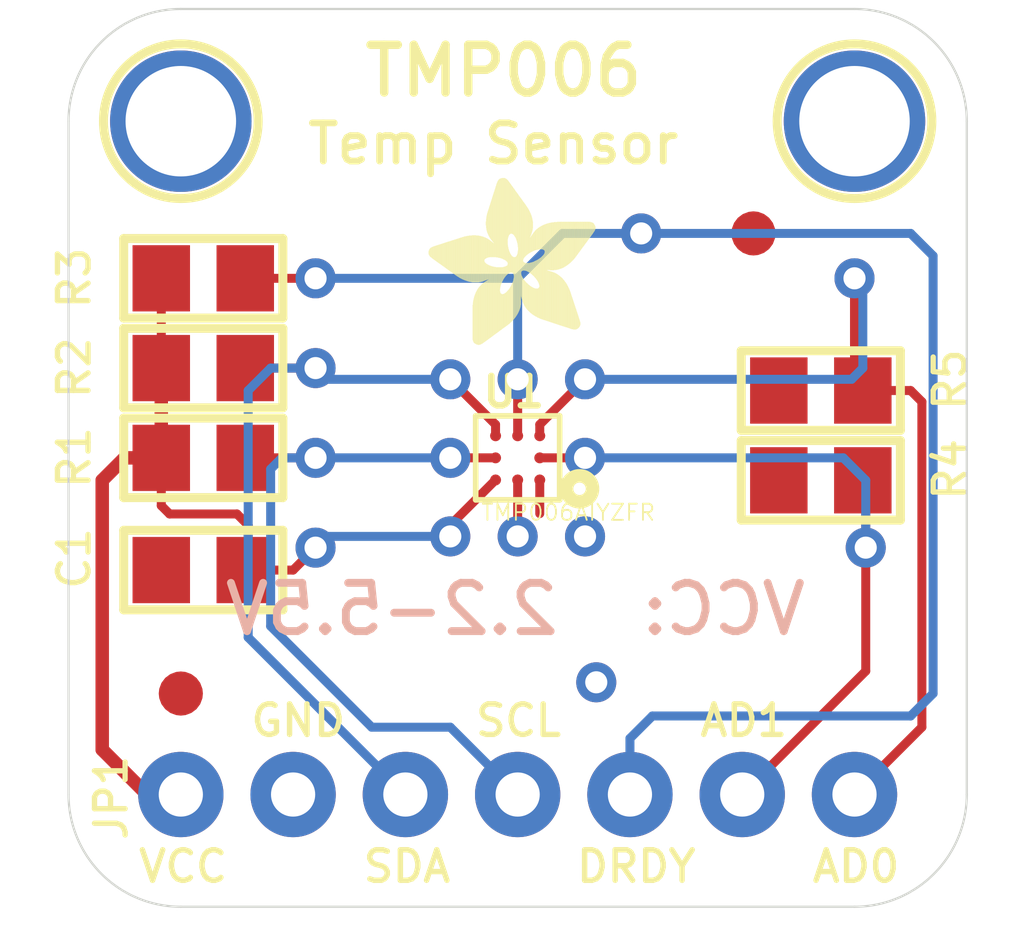
<source format=kicad_pcb>
(kicad_pcb (version 20211014) (generator pcbnew)
  (layers (0 "F.Cu" signal) (31 "B.Cu" signal) (34 "B.Paste" user) (35 "F.Paste" user) (36 "B.SilkS" user "B.Silkscreen") (37 "F.SilkS" user "F.Silkscreen") (38 "B.Mask" user) (39 "F.Mask" user) (44 "Edge.Cuts" user))
  (net 0 "")
  (net 1 "VCC")
  (net 2 "SCL")
  (net 3 "SDA")
  (net 4 "DRDY")
  (net 5 "ADDR0")
  (net 6 "ADDR1")
  (net 7 "GND")
  (footprint "boardEagle:0805" (layer "F.Cu") (at 141.3891 100.9396 180)
    (fp_text reference "R3" (at 2.921 0.762 90) (layer "F.SilkS") (effects (font (size 0.692831 0.692831) (thickness 0.119969)) (justify right)))
    (fp_text value "10K")
    (pad "1" smd rect (at -0.95 0 180) (size 1.3 1.5) (layers "F.Cu" "F.Paste" "F.Mask") (net 4 "DRDY"))
    (pad "2" smd rect (at 0.95 0 180) (size 1.3 1.5) (layers "F.Cu" "F.Paste" "F.Mask") (net 1 "VCC"))
  )
  (footprint "boardEagle:FIDUCIAL_1MM" (layer "F.Cu") (at 153.8351 99.9236)
    (fp_text reference "FID2" hide)
    (fp_text value "FIDUCIAL\"\"" hide)
    (pad "1" smd roundrect (at 0 0) (size 1 1) (layers "F.Cu") (roundrect_rratio 0.5))
  )
  (footprint "boardEagle:0805" (layer "F.Cu") (at 141.3891 102.9716 180)
    (fp_text reference "R2" (at 2.921 0.762 90) (layer "F.SilkS") (effects (font (size 0.692831 0.692831) (thickness 0.119969)) (justify right)))
    (fp_text value "10K")
    (pad "1" smd rect (at -0.95 0 180) (size 1.3 1.5) (layers "F.Cu" "F.Paste" "F.Mask") (net 3 "SDA"))
    (pad "2" smd rect (at 0.95 0 180) (size 1.3 1.5) (layers "F.Cu" "F.Paste" "F.Mask") (net 1 "VCC"))
  )
  (footprint "boardEagle:ADAFRUIT_3.5MM" (layer "F.Cu") (at 150.2791 102.4636 90)
    (fp_text reference "U$9" hide)
    (fp_text value "" hide)
  )
  (footprint "boardEagle:MOUNTINGHOLE_2.5_PLATED" (layer "F.Cu") (at 140.8811 97.3836)
    (fp_text reference "U$7" hide)
    (fp_text value "MOUNTINGHOLE2.5" hide)
    (pad "P$1" thru_hole circle (at 0 0) (size 3.2 3.2) (drill 2.5) (layers *.Cu *.Mask))
  )
  (footprint "boardEagle:0805" (layer "F.Cu") (at 141.3891 107.5436 180)
    (fp_text reference "C1" (at 2.921 1.016 90) (layer "F.SilkS") (effects (font (size 0.692831 0.692831) (thickness 0.119969)) (justify right)))
    (fp_text value "10uF")
    (pad "1" smd rect (at -0.95 0 180) (size 1.3 1.5) (layers "F.Cu" "F.Paste" "F.Mask") (net 1 "VCC"))
    (pad "2" smd rect (at 0.95 0 180) (size 1.3 1.5) (layers "F.Cu" "F.Paste" "F.Mask") (net 7 "GND"))
  )
  (footprint "boardEagle:1X07_ROUND_76" (layer "F.Cu") (at 148.5011 112.6236)
    (fp_text reference "JP1" (at -9.1948 1.0922 90) (layer "F.SilkS") (effects (font (size 0.692831 0.692831) (thickness 0.119969)) (justify left)))
    (fp_text value "")
    (pad "1" thru_hole circle (at -7.62 0 90) (size 1.9304 1.9304) (drill 1) (layers *.Cu *.Mask) (net 1 "VCC"))
    (pad "2" thru_hole circle (at -5.08 0 90) (size 1.9304 1.9304) (drill 1) (layers *.Cu *.Mask) (net 7 "GND"))
    (pad "3" thru_hole circle (at -2.54 0 90) (size 1.9304 1.9304) (drill 1) (layers *.Cu *.Mask) (net 3 "SDA"))
    (pad "4" thru_hole circle (at 0 0 90) (size 1.9304 1.9304) (drill 1) (layers *.Cu *.Mask) (net 2 "SCL"))
    (pad "5" thru_hole circle (at 2.54 0 90) (size 1.9304 1.9304) (drill 1) (layers *.Cu *.Mask) (net 4 "DRDY"))
    (pad "6" thru_hole circle (at 5.08 0 90) (size 1.9304 1.9304) (drill 1) (layers *.Cu *.Mask) (net 6 "ADDR1"))
    (pad "7" thru_hole circle (at 7.62 0 90) (size 1.9304 1.9304) (drill 1) (layers *.Cu *.Mask) (net 5 "ADDR0"))
  )
  (footprint "boardEagle:WCSP-8" (layer "F.Cu") (at 148.5011 105.0036)
    (fp_text reference "U1" (at -0.85 -1.1) (layer "F.SilkS") (effects (font (size 0.666496 0.666496) (thickness 0.146304)) (justify left bottom)))
    (fp_text value "TMP006AIYZFR" (at -0.85 1.45) (layer "F.SilkS") (effects (font (size 0.36576 0.36576) (thickness 0.04064)) (justify left bottom)))
    (pad "A1" smd roundrect (at 0.5 0.5) (size 0.25 0.25) (layers "F.Cu" "F.Paste" "F.Mask") (roundrect_rratio 0.5) (net 7 "GND"))
    (pad "A2" smd roundrect (at 0 0.5) (size 0.25 0.25) (layers "F.Cu" "F.Paste" "F.Mask") (roundrect_rratio 0.5) (net 7 "GND"))
    (pad "A3" smd roundrect (at -0.5 0.5) (size 0.25 0.25) (layers "F.Cu" "F.Paste" "F.Mask") (roundrect_rratio 0.5) (net 1 "VCC"))
    (pad "B1" smd roundrect (at 0.5 0) (size 0.25 0.25) (layers "F.Cu" "F.Paste" "F.Mask") (roundrect_rratio 0.5) (net 6 "ADDR1"))
    (pad "B3" smd roundrect (at -0.5 0) (size 0.25 0.25) (layers "F.Cu" "F.Paste" "F.Mask") (roundrect_rratio 0.5) (net 2 "SCL"))
    (pad "C1" smd roundrect (at 0.5 -0.5) (size 0.25 0.25) (layers "F.Cu" "F.Paste" "F.Mask") (roundrect_rratio 0.5) (net 5 "ADDR0"))
    (pad "C2" smd roundrect (at 0 -0.5) (size 0.25 0.25) (layers "F.Cu" "F.Paste" "F.Mask") (roundrect_rratio 0.5) (net 4 "DRDY"))
    (pad "C3" smd roundrect (at -0.5 -0.5) (size 0.25 0.25) (layers "F.Cu" "F.Paste" "F.Mask") (roundrect_rratio 0.5) (net 3 "SDA"))
  )
  (footprint "boardEagle:0805" (layer "F.Cu") (at 155.3591 103.4796)
    (fp_text reference "R5" (at 2.921 0.508 90) (layer "F.SilkS") (effects (font (size 0.692831 0.692831) (thickness 0.119969)) (justify left)))
    (fp_text value "10K")
    (pad "1" smd rect (at -0.95 0) (size 1.3 1.5) (layers "F.Cu" "F.Paste" "F.Mask") (net 7 "GND"))
    (pad "2" smd rect (at 0.95 0) (size 1.3 1.5) (layers "F.Cu" "F.Paste" "F.Mask") (net 5 "ADDR0"))
  )
  (footprint "boardEagle:0805" (layer "F.Cu") (at 155.3591 105.5116)
    (fp_text reference "R4" (at 2.921 0.508 90) (layer "F.SilkS") (effects (font (size 0.692831 0.692831) (thickness 0.119969)) (justify left)))
    (fp_text value "10K")
    (pad "1" smd rect (at -0.95 0) (size 1.3 1.5) (layers "F.Cu" "F.Paste" "F.Mask") (net 7 "GND"))
    (pad "2" smd rect (at 0.95 0) (size 1.3 1.5) (layers "F.Cu" "F.Paste" "F.Mask") (net 6 "ADDR1"))
  )
  (footprint "boardEagle:FIDUCIAL_1MM" (layer "F.Cu") (at 140.8811 110.3376)
    (fp_text reference "FID1" hide)
    (fp_text value "FIDUCIAL\"\"" hide)
    (pad "1" smd roundrect (at 0 0) (size 1 1) (layers "F.Cu") (roundrect_rratio 0.5))
  )
  (footprint "boardEagle:MOUNTINGHOLE_2.5_PLATED" (layer "F.Cu") (at 156.1211 97.3836)
    (fp_text reference "U$6" hide)
    (fp_text value "MOUNTINGHOLE2.5" hide)
    (pad "P$1" thru_hole circle (at 0 0) (size 3.2 3.2) (drill 2.5) (layers *.Cu *.Mask))
  )
  (footprint "boardEagle:0805" (layer "F.Cu") (at 141.3891 105.0036 180)
    (fp_text reference "R1" (at 2.921 0.762 90) (layer "F.SilkS") (effects (font (size 0.692831 0.692831) (thickness 0.119969)) (justify right)))
    (fp_text value "10K")
    (pad "1" smd rect (at -0.95 0 180) (size 1.3 1.5) (layers "F.Cu" "F.Paste" "F.Mask") (net 2 "SCL"))
    (pad "2" smd rect (at 0.95 0 180) (size 1.3 1.5) (layers "F.Cu" "F.Paste" "F.Mask") (net 1 "VCC"))
  )
  (gr_arc (start 140.8811 115.1636) (mid 139.085049 114.419651) (end 138.3411 112.6236) (layer "Edge.Cuts") (width 0.05))
  (gr_line (start 140.8811 94.8436) (end 156.1211 94.8436) (layer "Edge.Cuts") (width 0.05))
  (gr_line (start 138.3411 112.6236) (end 138.3411 97.3836) (layer "Edge.Cuts") (width 0.05))
  (gr_line (start 156.1211 115.1636) (end 140.8811 115.1636) (layer "Edge.Cuts") (width 0.05))
  (gr_arc (start 156.1211 94.8436) (mid 157.917151 95.587549) (end 158.6611 97.3836) (layer "Edge.Cuts") (width 0.05))
  (gr_line (start 158.6611 97.3836) (end 158.6611 112.6236) (layer "Edge.Cuts") (width 0.05))
  (gr_arc (start 138.3411 97.3836) (mid 139.085049 95.587549) (end 140.8811 94.8436) (layer "Edge.Cuts") (width 0.05))
  (gr_arc (start 158.6611 112.6236) (mid 157.917151 114.419651) (end 156.1211 115.1636) (layer "Edge.Cuts") (width 0.05))
  (gr_text "VCC:" (at 155.1051 109.0676) (layer "B.SilkS") (effects (font (size 1.0922 1.0922) (thickness 0.1778)) (justify left bottom mirror)))
  (gr_text "2.2-5.5V" (at 149.5171 109.0676) (layer "B.SilkS") (effects (font (size 1.0922 1.0922) (thickness 0.1778)) (justify left bottom mirror)))
  (gr_text "SCL" (at 147.4851 111.3536) (layer "F.SilkS") (effects (font (size 0.69088 0.69088) (thickness 0.12192)) (justify left bottom)))
  (gr_text "AD0" (at 155.1051 114.6556) (layer "F.SilkS") (effects (font (size 0.69088 0.69088) (thickness 0.12192)) (justify left bottom)))
  (gr_text "GND" (at 142.4051 111.3536) (layer "F.SilkS") (effects (font (size 0.69088 0.69088) (thickness 0.12192)) (justify left bottom)))
  (gr_text "Temp Sensor" (at 143.6751 98.3996) (layer "F.SilkS") (effects (font (size 0.8636 0.8636) (thickness 0.1524)) (justify left bottom)))
  (gr_text "VCC" (at 139.8651 114.6556) (layer "F.SilkS") (effects (font (size 0.69088 0.69088) (thickness 0.12192)) (justify left bottom)))
  (gr_text "SDA" (at 144.9451 114.6556) (layer "F.SilkS") (effects (font (size 0.69088 0.69088) (thickness 0.12192)) (justify left bottom)))
  (gr_text "TMP006" (at 144.9451 96.8756) (layer "F.SilkS") (effects (font (size 1.0795 1.0795) (thickness 0.1905)) (justify left bottom)))
  (gr_text "AD1" (at 152.5651 111.3536) (layer "F.SilkS") (effects (font (size 0.69088 0.69088) (thickness 0.12192)) (justify left bottom)))
  (gr_text "DRDY" (at 149.7711 114.6556) (layer "F.SilkS") (effects (font (size 0.69088 0.69088) (thickness 0.12192)) (justify left bottom)))
  (segment (start 143.4211 107.5436) (end 143.9291 107.0356) (width 0.2032) (layer "F.Cu") (net 1))
  (segment (start 139.1031 105.5116) (end 139.6111 105.0036) (width 0.3048) (layer "F.Cu") (net 1))
  (segment (start 142.4051 106.5276) (end 142.4051 107.4776) (width 0.2032) (layer "F.Cu") (net 1))
  (segment (start 140.4391 102.9716) (end 140.4391 105.0036) (width 0.3048) (layer "F.Cu") (net 1))
  (segment (start 139.6111 105.0036) (end 140.4391 105.0036) (width 0.3048) (layer "F.Cu") (net 1))
  (segment (start 140.4391 100.9396) (end 140.4391 102.9716) (width 0.2032) (layer "F.Cu") (net 1))
  (segment (start 142.1511 106.2736) (end 142.4051 106.5276) (width 0.2032) (layer "F.Cu") (net 1))
  (segment (start 140.1191 112.6236) (end 139.1031 111.6076) (width 0.3048) (layer "F.Cu") (net 1))
  (segment (start 146.9771 106.5276) (end 146.9771 106.7816) (width 0.2032) (layer "F.Cu") (net 1))
  (segment (start 142.4051 107.4776) (end 142.3391 107.5436) (width 0.2032) (layer "F.Cu") (net 1))
  (segment (start 148.0011 105.5036) (end 146.9771 106.5276) (width 0.2032) (layer "F.Cu") (net 1))
  (segment (start 140.4391 106.0856) (end 140.6271 106.2736) (width 0.2032) (layer "F.Cu") (net 1))
  (segment (start 140.4391 105.0036) (end 140.4391 106.0856) (width 0.2032) (layer "F.Cu") (net 1))
  (segment (start 142.3391 107.5436) (end 143.4211 107.5436) (width 0.2032) (layer "F.Cu") (net 1))
  (segment (start 139.1031 111.6076) (end 139.1031 105.5116) (width 0.3048) (layer "F.Cu") (net 1))
  (segment (start 140.6271 106.2736) (end 142.1511 106.2736) (width 0.2032) (layer "F.Cu") (net 1))
  (segment (start 140.1191 112.6236) (end 140.8811 112.6236) (width 0.3048) (layer "F.Cu") (net 1))
  (via (at 146.9771 106.7816) (size 0.9064) (drill 0.5) (layers "F.Cu" "B.Cu") (net 1))
  (via (at 143.9291 107.0356) (size 0.9064) (drill 0.5) (layers "F.Cu" "B.Cu") (net 1))
  (segment (start 146.9771 106.7816) (end 144.1831 106.7816) (width 0.2032) (layer "B.Cu") (net 1))
  (segment (start 144.1831 106.7816) (end 143.9291 107.0356) (width 0.2032) (layer "B.Cu") (net 1))
  (segment (start 148.0011 105.0036) (end 146.9771 105.0036) (width 0.2032) (layer "F.Cu") (net 2))
  (segment (start 142.3391 105.0036) (end 143.9291 105.0036) (width 0.2032) (layer "F.Cu") (net 2))
  (via (at 146.9771 105.0036) (size 0.9064) (drill 0.5) (layers "F.Cu" "B.Cu") (net 2))
  (via (at 143.9291 105.0036) (size 0.9064) (drill 0.5) (layers "F.Cu" "B.Cu") (net 2))
  (segment (start 143.1671 105.0036) (end 142.9131 105.2576) (width 0.2032) (layer "B.Cu") (net 2))
  (segment (start 146.9771 111.0996) (end 148.5011 112.6236) (width 0.2032) (layer "B.Cu") (net 2))
  (segment (start 146.9771 105.0036) (end 143.9291 105.0036) (width 0.2032) (layer "B.Cu") (net 2))
  (segment (start 145.1991 111.0996) (end 146.9771 111.0996) (width 0.2032) (layer "B.Cu") (net 2))
  (segment (start 142.9131 108.8136) (end 145.1991 111.0996) (width 0.2032) (layer "B.Cu") (net 2))
  (segment (start 143.9291 105.0036) (end 143.1671 105.0036) (width 0.2032) (layer "B.Cu") (net 2))
  (segment (start 142.9131 105.2576) (end 142.9131 108.8136) (width 0.2032) (layer "B.Cu") (net 2))
  (segment (start 148.0011 104.2496) (end 146.9771 103.2256) (width 0.2032) (layer "F.Cu") (net 3))
  (segment (start 148.0011 104.5036) (end 148.0011 104.2496) (width 0.2032) (layer "F.Cu") (net 3))
  (segment (start 142.3391 102.9716) (end 143.9291 102.9716) (width 0.2032) (layer "F.Cu") (net 3))
  (via (at 143.9291 102.9716) (size 0.9064) (drill 0.5) (layers "F.Cu" "B.Cu") (net 3))
  (via (at 146.9771 103.2256) (size 0.9064) (drill 0.5) (layers "F.Cu" "B.Cu") (net 3))
  (segment (start 144.1831 103.2256) (end 143.9291 102.9716) (width 0.2032) (layer "B.Cu") (net 3))
  (segment (start 142.4051 109.0676) (end 145.9611 112.6236) (width 0.2032) (layer "B.Cu") (net 3))
  (segment (start 142.4051 103.4796) (end 142.4051 109.0676) (width 0.2032) (layer "B.Cu") (net 3))
  (segment (start 143.9291 102.9716) (end 142.9131 102.9716) (width 0.2032) (layer "B.Cu") (net 3))
  (segment (start 146.9771 103.2256) (end 144.1831 103.2256) (width 0.2032) (layer "B.Cu") (net 3))
  (segment (start 142.9131 102.9716) (end 142.4051 103.4796) (width 0.2032) (layer "B.Cu") (net 3))
  (segment (start 148.5011 104.5036) (end 148.5011 103.2256) (width 0.2032) (layer "F.Cu") (net 4))
  (segment (start 142.3391 100.9396) (end 143.9291 100.9396) (width 0.2032) (layer "F.Cu") (net 4))
  (via (at 143.9291 100.9396) (size 0.9064) (drill 0.5) (layers "F.Cu" "B.Cu") (net 4))
  (via (at 151.2951 99.9236) (size 0.9064) (drill 0.5) (layers "F.Cu" "B.Cu") (net 4))
  (via (at 148.5011 103.2256) (size 0.9064) (drill 0.5) (layers "F.Cu" "B.Cu") (net 4))
  (segment (start 157.3911 99.9236) (end 157.8991 100.4316) (width 0.2032) (layer "B.Cu") (net 4))
  (segment (start 157.3911 110.8456) (end 151.5491 110.8456) (width 0.2032) (layer "B.Cu") (net 4))
  (segment (start 157.8991 100.4316) (end 157.8991 110.3376) (width 0.2032) (layer "B.Cu") (net 4))
  (segment (start 151.5491 110.8456) (end 151.0411 111.3536) (width 0.2032) (layer "B.Cu") (net 4))
  (segment (start 157.8991 110.3376) (end 157.3911 110.8456) (width 0.2032) (layer "B.Cu") (net 4))
  (segment (start 148.5011 100.9396) (end 149.5171 99.9236) (width 0.2032) (layer "B.Cu") (net 4))
  (segment (start 151.2951 99.9236) (end 157.3911 99.9236) (width 0.2032) (layer "B.Cu") (net 4))
  (segment (start 143.9291 100.9396) (end 148.5011 100.9396) (width 0.2032) (layer "B.Cu") (net 4))
  (segment (start 148.5011 103.2256) (end 148.5011 100.9396) (width 0.2032) (layer "B.Cu") (net 4))
  (segment (start 149.5171 99.9236) (end 151.2951 99.9236) (width 0.2032) (layer "B.Cu") (net 4))
  (segment (start 151.0411 111.3536) (end 151.0411 112.6236) (width 0.2032) (layer "B.Cu") (net 4))
  (segment (start 156.1211 100.9396) (end 156.1211 103.2916) (width 0.2032) (layer "F.Cu") (net 5))
  (segment (start 149.0011 104.2496) (end 150.0251 103.2256) (width 0.2032) (layer "F.Cu") (net 5))
  (segment (start 157.6451 111.0996) (end 157.6451 103.7336) (width 0.2032) (layer "F.Cu") (net 5))
  (segment (start 157.3911 103.4796) (end 156.3091 103.4796) (width 0.2032) (layer "F.Cu") (net 5))
  (segment (start 157.6451 103.7336) (end 157.3911 103.4796) (width 0.2032) (layer "F.Cu") (net 5))
  (segment (start 149.0011 104.5036) (end 149.0011 104.2496) (width 0.2032) (layer "F.Cu") (net 5))
  (segment (start 156.1211 103.2916) (end 156.3091 103.4796) (width 0.2032) (layer "F.Cu") (net 5))
  (segment (start 156.1211 112.6236) (end 157.6451 111.0996) (width 0.2032) (layer "F.Cu") (net 5))
  (via (at 150.0251 103.2256) (size 0.9064) (drill 0.5) (layers "F.Cu" "B.Cu") (net 5))
  (via (at 156.1211 100.9396) (size 0.9064) (drill 0.5) (layers "F.Cu" "B.Cu") (net 5))
  (segment (start 156.3091 102.9716) (end 156.3091 101.1276) (width 0.2032) (layer "B.Cu") (net 5))
  (segment (start 150.0251 103.2256) (end 156.0551 103.2256) (width 0.2032) (layer "B.Cu") (net 5))
  (segment (start 156.0551 103.2256) (end 156.3091 102.9716) (width 0.2032) (layer "B.Cu") (net 5))
  (segment (start 156.3091 101.1276) (end 156.1211 100.9396) (width 0.2032) (layer "B.Cu") (net 5))
  (segment (start 156.3751 107.0356) (end 156.3751 105.5776) (width 0.2032) (layer "F.Cu") (net 6))
  (segment (start 156.3751 109.8296) (end 153.5811 112.6236) (width 0.2032) (layer "F.Cu") (net 6))
  (segment (start 149.0011 105.0036) (end 150.0251 105.0036) (width 0.2032) (layer "F.Cu") (net 6))
  (segment (start 156.3751 105.5776) (end 156.3091 105.5116) (width 0.2032) (layer "F.Cu") (net 6))
  (segment (start 156.3751 107.0356) (end 156.3751 109.8296) (width 0.2032) (layer "F.Cu") (net 6))
  (via (at 156.3751 107.0356) (size 0.9064) (drill 0.5) (layers "F.Cu" "B.Cu") (net 6))
  (via (at 150.0251 105.0036) (size 0.9064) (drill 0.5) (layers "F.Cu" "B.Cu") (net 6))
  (segment (start 155.8671 105.0036) (end 156.3751 105.5116) (width 0.2032) (layer "B.Cu") (net 6))
  (segment (start 150.0251 105.0036) (end 155.8671 105.0036) (width 0.2032) (layer "B.Cu") (net 6))
  (segment (start 156.3751 105.5116) (end 156.3751 107.0356) (width 0.2032) (layer "B.Cu") (net 6))
  (segment (start 148.5011 105.5036) (end 148.5011 106.7816) (width 0.2032) (layer "F.Cu") (net 7))
  (segment (start 149.0011 105.5036) (end 149.0011 106.2656) (width 0.2032) (layer "F.Cu") (net 7))
  (via (at 150.2791 110.0836) (size 0.9064) (drill 0.5) (layers "F.Cu" "B.Cu") (net 7))
  (via (at 148.5011 106.7816) (size 0.9064) (drill 0.5) (layers "F.Cu" "B.Cu") (net 7))
  (via (at 150.0251 106.7816) (size 0.9064) (drill 0.5) (layers "F.Cu" "B.Cu") (net 7))
  (segment (start 148.5011 106.7816) (end 148.5011 107.0356) (width 0.2032) (layer "B.Cu") (net 7))
)
</source>
